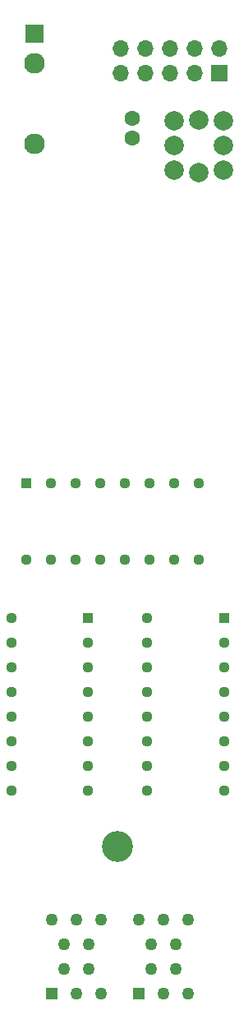
<source format=gbr>
%TF.GenerationSoftware,KiCad,Pcbnew,(6.0.10)*%
%TF.CreationDate,2023-01-09T12:33:07-08:00*%
%TF.ProjectId,16Bars,31364261-7273-42e6-9b69-6361645f7063,rev?*%
%TF.SameCoordinates,Original*%
%TF.FileFunction,Soldermask,Top*%
%TF.FilePolarity,Negative*%
%FSLAX46Y46*%
G04 Gerber Fmt 4.6, Leading zero omitted, Abs format (unit mm)*
G04 Created by KiCad (PCBNEW (6.0.10)) date 2023-01-09 12:33:07*
%MOMM*%
%LPD*%
G01*
G04 APERTURE LIST*
%ADD10R,1.270000X1.270000*%
%ADD11C,1.270000*%
%ADD12C,2.000000*%
%ADD13C,2.130000*%
%ADD14R,1.930000X1.830000*%
%ADD15C,3.200000*%
%ADD16C,1.130000*%
%ADD17R,1.130000X1.130000*%
%ADD18O,1.700000X1.700000*%
%ADD19R,1.700000X1.700000*%
%ADD20C,1.600000*%
G04 APERTURE END LIST*
D10*
%TO.C,DS-ONES1*%
X72720000Y-136120000D03*
D11*
X73990000Y-133580000D03*
X75260000Y-136120000D03*
X76530000Y-133580000D03*
X77800000Y-136120000D03*
X77800000Y-128500000D03*
X76530000Y-131040000D03*
X75260000Y-128500000D03*
X73990000Y-131040000D03*
X72720000Y-128500000D03*
%TD*%
D10*
%TO.C,DS-TENS1*%
X63720000Y-136120000D03*
D11*
X64990000Y-133580000D03*
X66260000Y-136120000D03*
X67530000Y-133580000D03*
X68800000Y-136120000D03*
X68800000Y-128500000D03*
X67530000Y-131040000D03*
X66260000Y-128500000D03*
X64990000Y-131040000D03*
X63720000Y-128500000D03*
%TD*%
D12*
%TO.C,SW1*%
X81472400Y-48771600D03*
X76392400Y-48771600D03*
X76392400Y-46231600D03*
X76392400Y-51311600D03*
X81472400Y-46231600D03*
X81472400Y-51311600D03*
X78932400Y-46111600D03*
X78932400Y-51511600D03*
%TD*%
D13*
%TO.C,J1*%
X62000000Y-40320000D03*
X62000000Y-48620000D03*
D14*
X62000000Y-37220000D03*
%TD*%
D15*
%TO.C,REF\u002A\u002A*%
X70500000Y-121000000D03*
%TD*%
D16*
%TO.C,IC3*%
X61110000Y-91470000D03*
X63650000Y-91470000D03*
X66190000Y-91470000D03*
X68730000Y-91470000D03*
X71270000Y-91470000D03*
X73810000Y-91470000D03*
X76350000Y-91470000D03*
X78890000Y-91470000D03*
X78890000Y-83530000D03*
X76350000Y-83530000D03*
X73810000Y-83530000D03*
X71270000Y-83530000D03*
X68730000Y-83530000D03*
X66190000Y-83530000D03*
X63650000Y-83530000D03*
D17*
X61110000Y-83530000D03*
%TD*%
%TO.C,IC1*%
X81500000Y-97460000D03*
D16*
X81500000Y-100000000D03*
X81500000Y-102540000D03*
X81500000Y-105080000D03*
X81500000Y-107620000D03*
X81500000Y-110160000D03*
X81500000Y-112700000D03*
X81500000Y-115240000D03*
X73560000Y-115240000D03*
X73560000Y-112700000D03*
X73560000Y-110160000D03*
X73560000Y-107620000D03*
X73560000Y-105080000D03*
X73560000Y-102540000D03*
X73560000Y-100000000D03*
X73560000Y-97460000D03*
%TD*%
D18*
%TO.C,J2*%
X70859600Y-38735000D03*
X70859600Y-41275000D03*
X73399600Y-38735000D03*
X73399600Y-41275000D03*
X75939600Y-38735000D03*
X75939600Y-41275000D03*
X78479600Y-38735000D03*
X78479600Y-41275000D03*
X81019600Y-38735000D03*
D19*
X81019600Y-41275000D03*
%TD*%
D16*
%TO.C,IC2*%
X59560000Y-97460000D03*
X59560000Y-100000000D03*
X59560000Y-102540000D03*
X59560000Y-105080000D03*
X59560000Y-107620000D03*
X59560000Y-110160000D03*
X59560000Y-112700000D03*
X59560000Y-115240000D03*
X67500000Y-115240000D03*
X67500000Y-112700000D03*
X67500000Y-110160000D03*
X67500000Y-107620000D03*
X67500000Y-105080000D03*
X67500000Y-102540000D03*
X67500000Y-100000000D03*
D17*
X67500000Y-97460000D03*
%TD*%
D20*
%TO.C,C1*%
X72000000Y-48000000D03*
X72000000Y-46000000D03*
%TD*%
M02*

</source>
